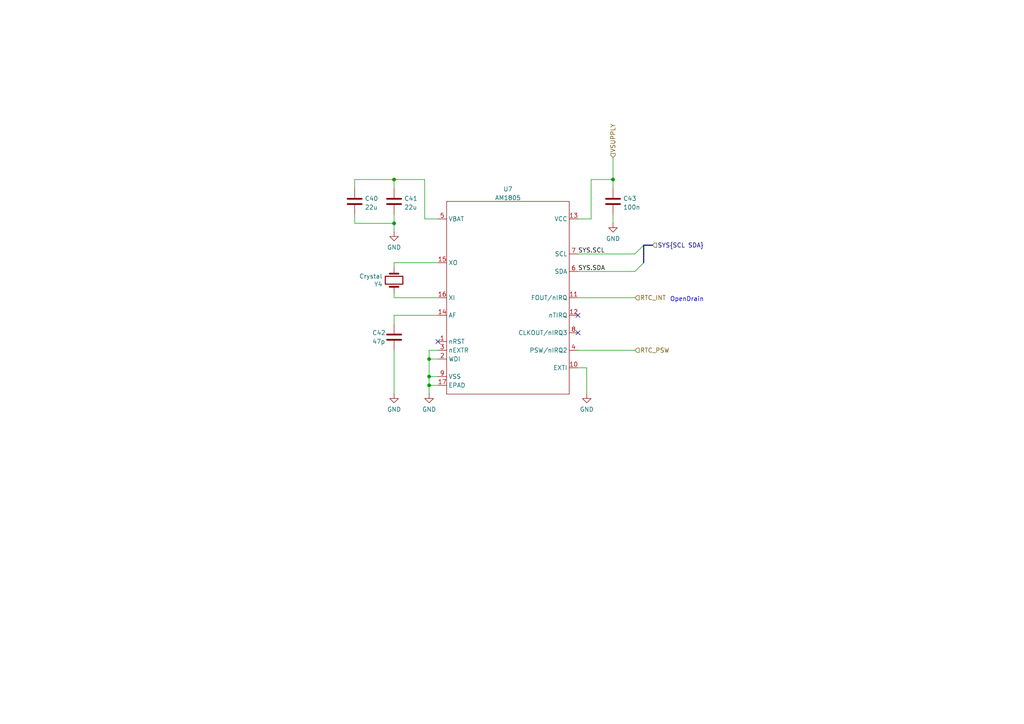
<source format=kicad_sch>
(kicad_sch (version 20231120) (generator "eeschema") (generator_version "8.0")
  (paper "A4")
  (lib_symbols
    (symbol "Device:C" (pin_numbers hide) (pin_names (offset 0.254))
      (property "Reference" "C" (at 0.635 2.54 0))
      (property "Value" "C" (at 0.635 -2.54 0))
      (symbol "C_0_1"
        (polyline (pts (xy -2.032 -0.762) (xy 2.032 -0.762)) (stroke (width 0.508)))
        (polyline (pts (xy -2.032 0.762) (xy 2.032 0.762)) (stroke (width 0.508)))
      )
      (symbol "C_1_1"
        (pin passive line (at 0 3.81 270) (length 2.794) (name "~") (number "1"))
        (pin passive line (at 0 -3.81 90) (length 2.794) (name "~") (number "2"))
      )
    )
    (symbol "Device:Crystal" (pin_numbers hide) (pin_names (offset 1.016) hide)
      (property "Reference" "Y" (at 0 3.81 0))
      (property "Value" "Crystal" (at 0 -3.81 0))
      (symbol "Crystal_0_1"
        (rectangle (start -1.143 2.54) (end 1.143 -2.54) (stroke (width 0.3048)))
        (polyline (pts (xy -2.54 0) (xy -1.905 0)))
        (polyline (pts (xy -1.905 -1.27) (xy -1.905 1.27)) (stroke (width 0.508)))
        (polyline (pts (xy 1.905 -1.27) (xy 1.905 1.27)) (stroke (width 0.508)))
        (polyline (pts (xy 2.54 0) (xy 1.905 0)))
      )
      (symbol "Crystal_1_1"
        (pin passive line (at -3.81 0 0) (length 1.27) (name "1") (number "1"))
        (pin passive line (at 3.81 0 180) (length 1.27) (name "2") (number "2"))
      )
    )
    (symbol "Voltix:AM1805"
      (property "Reference" "U" (at 0 -33.02 0))
      (property "Value" "AM1805" (at 0 -30.48 0))
      (symbol "AM1805_0_1"
        (rectangle (start -17.78 27.94) (end 17.78 -27.94))
      )
      (symbol "AM1805_1_1"
        (pin input line (at -20.32 -12.7 0) (length 2.54) (name "nRST") (number "1"))
        (pin input line (at 20.32 -20.32 180) (length 2.54) (name "EXTI") (number "10"))
        (pin output line (at 20.32 0 180) (length 2.54) (name "FOUT/nIRQ") (number "11"))
        (pin input line (at 20.32 -5.08 180) (length 2.54) (name "nTIRQ") (number "12"))
        (pin power_in line (at 20.32 22.86 180) (length 2.54) (name "VCC") (number "13"))
        (pin input line (at -20.32 -5.08 0) (length 2.54) (name "AF") (number "14"))
        (pin output line (at -20.32 10.16 0) (length 2.54) (name "XO") (number "15"))
        (pin input line (at -20.32 0 0) (length 2.54) (name "XI") (number "16"))
        (pin power_in line (at -20.32 -25.4 0) (length 2.54) (name "EPAD") (number "17"))
        (pin input line (at -20.32 -17.78 0) (length 2.54) (name "WDI") (number "2"))
        (pin input line (at -20.32 -15.24 0) (length 2.54) (name "nEXTR") (number "3"))
        (pin output line (at 20.32 -15.24 180) (length 2.54) (name "PSW/nIRQ2") (number "4"))
        (pin power_out line (at -20.32 22.86 0) (length 2.54) (name "VBAT") (number "5"))
        (pin bidirectional line (at 20.32 7.62 180) (length 2.54) (name "SDA") (number "6"))
        (pin input line (at 20.32 12.7 180) (length 2.54) (name "SCL") (number "7"))
        (pin output line (at 20.32 -10.16 180) (length 2.54) (name "CLKOUT/nIRQ3") (number "8"))
        (pin power_in line (at -20.32 -22.86 0) (length 2.54) (name "VSS") (number "9"))
      )
    )
    (symbol "power:GND" (power) (pin_numbers hide) (pin_names (offset 0) hide)
      (property "Value" "GND" (at 0 -3.81 0))
      (symbol "GND_0_1"
        (polyline (pts (xy 0 0) (xy 0 -1.27) (xy 1.27 -1.27) (xy 0 -2.54) (xy -1.27 -1.27) (xy 0 -1.27)))
      )
      (symbol "GND_1_1"
        (pin power_in line (at 0 0 270) (length 0) (name "~") (number "1"))
      )
    )
  )
  (junction (at 124.46 111.76))
  (junction (at 124.46 104.14))
  (junction (at 114.3 52.07))
  (junction (at 124.46 109.22))
  (junction (at 114.3 64.77))
  (junction (at 177.8 52.07))
  (no_connect (at 167.64 91.44))
  (no_connect (at 167.64 96.52))
  (no_connect (at 127 99.06))
  (bus_entry (at 186.69 76.2) (size -2.54 2.54))
  (bus_entry (at 186.69 71.12) (size -2.54 2.54))
  (wire (pts (xy 167.64 106.68) (xy 170.18 106.68)))
  (wire (pts (xy 167.64 86.36) (xy 184.15 86.36)))
  (wire (pts (xy 123.19 52.07) (xy 114.3 52.07)))
  (wire (pts (xy 114.3 86.36) (xy 127 86.36)))
  (wire (pts (xy 114.3 86.36) (xy 114.3 85.09)))
  (wire (pts (xy 123.19 63.5) (xy 123.19 52.07)))
  (wire (pts (xy 177.8 62.23) (xy 177.8 64.77)))
  (wire (pts (xy 114.3 91.44) (xy 114.3 93.98)))
  (wire (pts (xy 124.46 101.6) (xy 124.46 104.14)))
  (wire (pts (xy 124.46 109.22) (xy 124.46 111.76)))
  (wire (pts (xy 124.46 109.22) (xy 127 109.22)))
  (wire (pts (xy 167.64 101.6) (xy 184.15 101.6)))
  (wire (pts (xy 114.3 64.77) (xy 114.3 67.31)))
  (wire (pts (xy 102.87 62.23) (xy 102.87 64.77)))
  (wire (pts (xy 102.87 52.07) (xy 114.3 52.07)))
  (wire (pts (xy 167.64 78.74) (xy 184.15 78.74)))
  (bus (pts (xy 186.69 71.12) (xy 189.23 71.12)))
  (wire (pts (xy 124.46 104.14) (xy 124.46 109.22)))
  (wire (pts (xy 124.46 111.76) (xy 127 111.76)))
  (wire (pts (xy 171.45 52.07) (xy 177.8 52.07)))
  (wire (pts (xy 170.18 106.68) (xy 170.18 114.3)))
  (wire (pts (xy 114.3 52.07) (xy 114.3 54.61)))
  (wire (pts (xy 114.3 77.47) (xy 114.3 76.2)))
  (wire (pts (xy 177.8 52.07) (xy 177.8 54.61)))
  (wire (pts (xy 102.87 54.61) (xy 102.87 52.07)))
  (wire (pts (xy 124.46 111.76) (xy 124.46 114.3)))
  (wire (pts (xy 114.3 62.23) (xy 114.3 64.77)))
  (wire (pts (xy 167.64 73.66) (xy 184.15 73.66)))
  (wire (pts (xy 167.64 63.5) (xy 171.45 63.5)))
  (wire (pts (xy 102.87 64.77) (xy 114.3 64.77)))
  (wire (pts (xy 177.8 45.72) (xy 177.8 52.07)))
  (wire (pts (xy 127 101.6) (xy 124.46 101.6)))
  (wire (pts (xy 124.46 104.14) (xy 127 104.14)))
  (bus (pts (xy 186.69 71.12) (xy 186.69 76.2)))
  (wire (pts (xy 127 91.44) (xy 114.3 91.44)))
  (wire (pts (xy 114.3 76.2) (xy 127 76.2)))
  (wire (pts (xy 114.3 101.6) (xy 114.3 114.3)))
  (wire (pts (xy 127 63.5) (xy 123.19 63.5)))
  (wire (pts (xy 171.45 63.5) (xy 171.45 52.07)))
  (text "OpenDrain" (at 194.31 87.63 0) (effects (font (size 1.27 1.27)) (justify left bottom)))
  (label "SYS.SDA" (at 167.64 78.74 0))
  (label "SYS.SCL" (at 167.64 73.66 0))
  (hierarchical_label "VSUPPLY" (shape input) (at 177.8 45.72 90))
  (hierarchical_label "RTC_INT" (shape input) (at 184.15 86.36 0))
  (hierarchical_label "SYS{SCL SDA}" (shape input) (at 189.23 71.12 0))
  (hierarchical_label "RTC_PSW" (shape input) (at 184.15 101.6 0))
  (symbol (lib_id "Device:C") (at 114.3 58.42 0) (unit 1)
    (property "Reference" "C41" (at 117.221 57.5853 0) (effects (justify left)))
    (property "Value" "22u" (at 117.221 60.1222 0) (effects (justify left)))
    (property "Footprint" "Voltix:C_0402_1005Metric" (effects (hide yes)))
    (property "Description" "CAP CER 22UF 10V X5R 0402" (effects (hide yes)))
    (property "MPN" "GRM158R61A226ME15D" (effects (hide yes)))
  )
  (symbol (lib_id "Device:C") (at 114.3 97.79 0) (unit 1)
    (property "Reference" "C42" (at 107.95 96.52 0) (effects (justify left)))
    (property "Value" "47p" (at 107.95 99.06 0) (effects (justify left)))
    (property "Footprint" "Voltix:C_0201_0603Metric" (effects (hide yes)))
    (property "Description" "CAP CER 47PF 50V C0G/NPO 0201" (effects (hide yes)))
    (property "MPN" "CC0201JRNPO9BN470" (effects (hide yes)))
  )
  (symbol (lib_id "Device:C") (at 177.8 58.42 0) (unit 1)
    (property "Reference" "C43" (at 180.721 57.5853 0) (effects (justify left)))
    (property "Value" "100n" (at 180.721 60.1222 0) (effects (justify left)))
    (property "Footprint" "Voltix:C_0201_0603Metric" (effects (hide yes)))
    (property "Description" "CAP CER 0.1UF 10V X5R 0201" (effects (hide yes)))
    (property "MPN" "GRM033R61A104ME15D" (effects (hide yes)))
  )
  (symbol (lib_id "Device:C") (at 102.87 58.42 0) (unit 1)
    (property "Reference" "C40" (at 105.791 57.5853 0) (effects (justify left)))
    (property "Value" "22u" (at 105.791 60.1222 0) (effects (justify left)))
    (property "Footprint" "Voltix:C_0402_1005Metric" (effects (hide yes)))
    (property "Description" "CAP CER 22UF 10V X5R 0402" (effects (hide yes)))
    (property "MPN" "GRM158R61A226ME15D" (effects (hide yes)))
  )
  (symbol (lib_id "power:GND") (at 170.18 114.3 0) (unit 1)
    (property "Reference" "#PWR048" (effects (hide yes)))
    (property "Value" "GND" (at 170.18 118.7434 0))
    (property "Description" "Power symbol creates a global label with name \"GND\" , ground" (effects (hide yes)))
  )
  (symbol (lib_id "Voltix:AM1805") (at 147.32 86.36 0) (unit 1)
    (property "Reference" "U7" (at 147.32 54.8472 0))
    (property "Value" "AM1805" (at 147.32 57.3841 0))
    (property "Footprint" "Voltix:AM_QFN16" (effects (hide yes)))
    (property "Description" "Low-power I2C RTC" (effects (hide yes)))
    (property "MPN" "AM1805" (effects (hide yes)))
  )
  (symbol (lib_id "Device:Crystal") (at 114.3 81.28 90) (unit 1)
    (property "Reference" "Y4" (at 110.9726 82.4484 90) (effects (justify left)))
    (property "Value" "Crystal" (at 110.9726 80.137 90) (effects (justify left)))
    (property "Footprint" "Voltix:ECX-12R" (effects (hide yes)))
    (property "Description" "32kHz, 9pF Crystal" (effects (hide yes)))
    (property "MPN" "CM8V-T1A-32.768KHZ-9PF-20PPM-TA-QC" (effects (hide yes)))
  )
  (symbol (lib_id "power:GND") (at 177.8 64.77 0) (unit 1)
    (property "Reference" "#PWR049" (effects (hide yes)))
    (property "Value" "GND" (at 177.8 69.2134 0))
    (property "Description" "Power symbol creates a global label with name \"GND\" , ground" (effects (hide yes)))
  )
  (symbol (lib_id "power:GND") (at 114.3 67.31 0) (unit 1)
    (property "Reference" "#PWR045" (effects (hide yes)))
    (property "Value" "GND" (at 114.3 71.7534 0))
    (property "Description" "Power symbol creates a global label with name \"GND\" , ground" (effects (hide yes)))
  )
  (symbol (lib_id "power:GND") (at 124.46 114.3 0) (unit 1)
    (property "Reference" "#PWR047" (effects (hide yes)))
    (property "Value" "GND" (at 124.46 118.7434 0))
    (property "Description" "Power symbol creates a global label with name \"GND\" , ground" (effects (hide yes)))
  )
  (symbol (lib_id "power:GND") (at 114.3 114.3 0) (unit 1)
    (property "Reference" "#PWR046" (effects (hide yes)))
    (property "Value" "GND" (at 114.3 118.7434 0))
    (property "Description" "Power symbol creates a global label with name \"GND\" , ground" (effects (hide yes)))
  )
)
</source>
